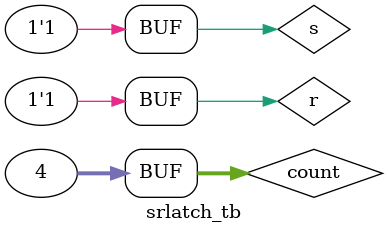
<source format=v>
module srlatch(
	input s,r,
	output qfinal,qbarfinal
);
	nand(qbar,r,q);
	nand(q,s,qbar);
     and_gate a3(out,q,qbar);
     mux m1(q,out,qfinal);
     mux m2(qbar,out,qbarfinal);
    
endmodule

module not_gate(
	output abar,
	input a
);
	nand(abar,a,a);

endmodule

module and_gate(
    output ab,
    input a,b
);
    wire abbar;
    
    nand(abbar,a,b);
    nand(ab,abbar,abbar);
    
endmodule

module or_gate(
    output ab,
    input a,b
);
    wire abar,bbar;
    
    nand(abar,a,a);
    nand(bbar,b,b);
    nand(ab,abar,bbar);
    
endmodule

module mux(
    input a,b,
    output o
);
    wire bbar,d0,d1;
 
   not_gate n1(bbar,b);
   and_gate a1(d0,a,bbar);
   and_gate a2(d1,b,1'bx);
   or_gate o2(o,d0,d1);
 
endmodule



//TESTBENCH

module srlatch_tb();
    reg s,r;
    wire qfinal,qbarfinal;
    
    srlatch uut (.s(s),.r(r),.qfinal(qfinal),.qbarfinal(qbarfinal));
    integer count;
    
    initial begin
    for (count=0;count<4;count=count+1)begin
   	 {s,r}=count;
   	 #20;
   	 end
    end
endmodule

</source>
